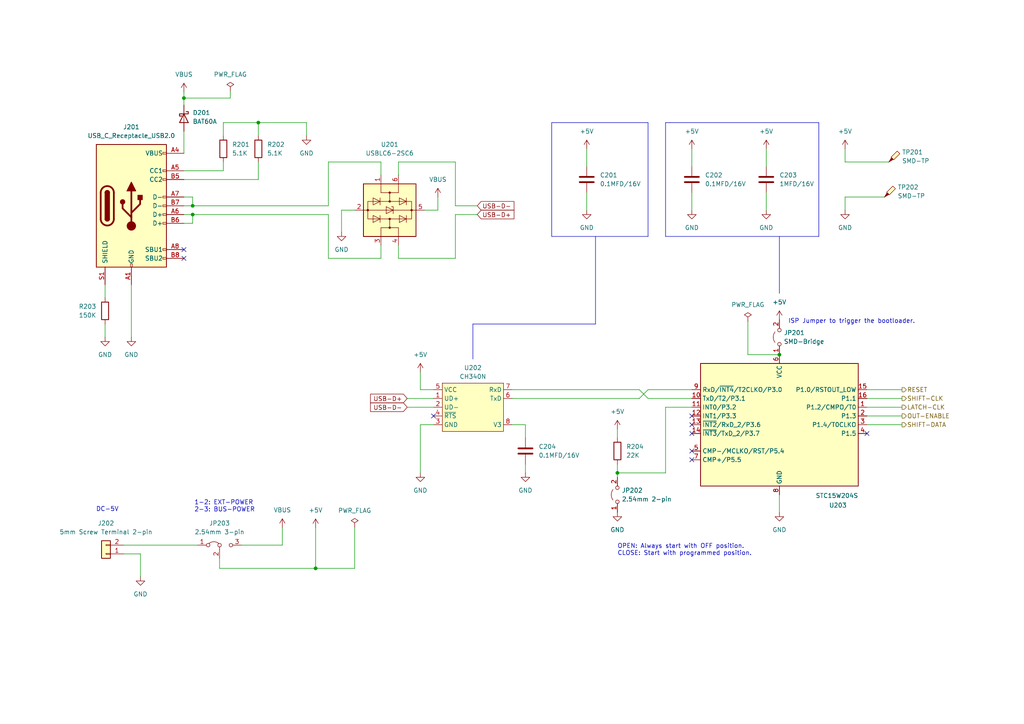
<source format=kicad_sch>
(kicad_sch (version 20230121) (generator eeschema)
  (paper "A4")
  (title_block (title "24-Channel USB Relay Driver") (date "2024-01-11") (rev "1.1.0") (company "simtelic.com") (comment 1 "https://gitlab.com/simtelic/el0001-24ch-usb-relay-driver") (comment 2 "EL0001"))
  (lib_symbols
    (symbol "Connector:TestPoint_Probe" (pin_numbers hide) (pin_names (offset 0.762) hide)
      (property "Reference" "TP" (at 1.651 5.842 0))
      (property "Value" "TestPoint_Probe" (at 1.651 4.064 0))
      (symbol "TestPoint_Probe_0_1"
        (polyline (pts (xy 1.27 0.762) (xy 0 0) (xy 0.762 1.27) (xy 1.27 0.762)) (fill (type outline)))
        (polyline (pts (xy 1.397 0.635) (xy 0.635 1.397) (xy 2.413 3.175) (xy 3.175 2.413) (xy 1.397 0.635)) (fill (type background)))
      )
      (symbol "TestPoint_Probe_1_1"
        (pin passive line (at 0 0 90) (length 0) (name "1") (number "1"))
      )
    )
    (symbol "Connector:USB_C_Receptacle_USB2.0" (pin_names (offset 1.016))
      (property "Reference" "J" (at -10.16 19.05 0))
      (property "Value" "USB_C_Receptacle_USB2.0" (at 19.05 19.05 0))
      (symbol "USB_C_Receptacle_USB2.0_0_0"
        (rectangle (start -0.254 -17.78) (end 0.254 -16.764))
        (rectangle (start 10.16 -14.986) (end 9.144 -15.494))
        (rectangle (start 10.16 -12.446) (end 9.144 -12.954))
        (rectangle (start 10.16 -4.826) (end 9.144 -5.334))
        (rectangle (start 10.16 -2.286) (end 9.144 -2.794))
        (rectangle (start 10.16 0.254) (end 9.144 -0.254))
        (rectangle (start 10.16 2.794) (end 9.144 2.286))
        (rectangle (start 10.16 7.874) (end 9.144 7.366))
        (rectangle (start 10.16 10.414) (end 9.144 9.906))
        (rectangle (start 10.16 15.494) (end 9.144 14.986))
      )
      (symbol "USB_C_Receptacle_USB2.0_0_1"
        (rectangle (start -10.16 17.78) (end 10.16 -17.78) (stroke (width 0.254)) (fill (type background)))
        (arc (start -8.89 -3.81) (mid -6.985 -5.7067) (end -5.08 -3.81) (stroke (width 0.508)))
        (arc (start -7.62 -3.81) (mid -6.985 -4.4423) (end -6.35 -3.81) (stroke (width 0.254)))
        (arc (start -7.62 -3.81) (mid -6.985 -4.4423) (end -6.35 -3.81) (stroke (width 0.254)) (fill (type outline)))
        (rectangle (start -7.62 -3.81) (end -6.35 3.81) (stroke (width 0.254)) (fill (type outline)))
        (arc (start -6.35 3.81) (mid -6.985 4.4423) (end -7.62 3.81) (stroke (width 0.254)))
        (arc (start -6.35 3.81) (mid -6.985 4.4423) (end -7.62 3.81) (stroke (width 0.254)) (fill (type outline)))
        (arc (start -5.08 3.81) (mid -6.985 5.7067) (end -8.89 3.81) (stroke (width 0.508)))
        (circle (center -2.54 1.143) (radius 0.635) (stroke (width 0.254)) (fill (type outline)))
        (circle (center 0 -5.842) (radius 1.27) (fill (type outline)))
        (polyline (pts (xy -8.89 -3.81) (xy -8.89 3.81)) (stroke (width 0.508)))
        (polyline (pts (xy -5.08 3.81) (xy -5.08 -3.81)) (stroke (width 0.508)))
        (polyline (pts (xy 0 -5.842) (xy 0 4.318)) (stroke (width 0.508)))
        (polyline (pts (xy 0 -3.302) (xy -2.54 -0.762) (xy -2.54 0.508)) (stroke (width 0.508)))
        (polyline (pts (xy 0 -2.032) (xy 2.54 0.508) (xy 2.54 1.778)) (stroke (width 0.508)))
        (polyline (pts (xy -1.27 4.318) (xy 0 6.858) (xy 1.27 4.318) (xy -1.27 4.318)) (stroke (width 0.254)) (fill (type outline)))
        (rectangle (start 1.905 1.778) (end 3.175 3.048) (stroke (width 0.254)) (fill (type outline)))
      )
      (symbol "USB_C_Receptacle_USB2.0_1_1"
        (pin passive line (at 0 -22.86 90) (length 5.08) (name "GND") (number "A1"))
        (pin passive line (at 0 -22.86 90) (length 5.08) hide (name "GND") (number "A12"))
        (pin passive line (at 15.24 15.24 180) (length 5.08) (name "VBUS") (number "A4"))
        (pin bidirectional line (at 15.24 10.16 180) (length 5.08) (name "CC1") (number "A5"))
        (pin bidirectional line (at 15.24 -2.54 180) (length 5.08) (name "D+") (number "A6"))
        (pin bidirectional line (at 15.24 2.54 180) (length 5.08) (name "D-") (number "A7"))
        (pin bidirectional line (at 15.24 -12.7 180) (length 5.08) (name "SBU1") (number "A8"))
        (pin passive line (at 15.24 15.24 180) (length 5.08) hide (name "VBUS") (number "A9"))
        (pin passive line (at 0 -22.86 90) (length 5.08) hide (name "GND") (number "B1"))
        (pin passive line (at 0 -22.86 90) (length 5.08) hide (name "GND") (number "B12"))
        (pin passive line (at 15.24 15.24 180) (length 5.08) hide (name "VBUS") (number "B4"))
        (pin bidirectional line (at 15.24 7.62 180) (length 5.08) (name "CC2") (number "B5"))
        (pin bidirectional line (at 15.24 -5.08 180) (length 5.08) (name "D+") (number "B6"))
        (pin bidirectional line (at 15.24 0 180) (length 5.08) (name "D-") (number "B7"))
        (pin bidirectional line (at 15.24 -15.24 180) (length 5.08) (name "SBU2") (number "B8"))
        (pin passive line (at 15.24 15.24 180) (length 5.08) hide (name "VBUS") (number "B9"))
        (pin passive line (at -7.62 -22.86 90) (length 5.08) (name "SHIELD") (number "S1"))
      )
    )
    (symbol "Connector_Generic:Conn_01x02" (pin_names (offset 1.016) hide)
      (property "Reference" "J" (at 0 2.54 0))
      (property "Value" "Conn_01x02" (at 0 -5.08 0))
      (symbol "Conn_01x02_1_1"
        (rectangle (start -1.27 -2.413) (end 0 -2.667) (stroke (width 0.1524)))
        (rectangle (start -1.27 0.127) (end 0 -0.127) (stroke (width 0.1524)))
        (rectangle (start -1.27 1.27) (end 1.27 -3.81) (stroke (width 0.254)) (fill (type background)))
        (pin passive line (at -5.08 0 0) (length 3.81) (name "Pin_1") (number "1"))
        (pin passive line (at -5.08 -2.54 0) (length 3.81) (name "Pin_2") (number "2"))
      )
    )
    (symbol "Device:C" (pin_numbers hide) (pin_names (offset 0.254))
      (property "Reference" "C" (at 0.635 2.54 0))
      (property "Value" "C" (at 0.635 -2.54 0))
      (symbol "C_0_1"
        (polyline (pts (xy -2.032 -0.762) (xy 2.032 -0.762)) (stroke (width 0.508)))
        (polyline (pts (xy -2.032 0.762) (xy 2.032 0.762)) (stroke (width 0.508)))
      )
      (symbol "C_1_1"
        (pin passive line (at 0 3.81 270) (length 2.794) (name "~") (number "1"))
        (pin passive line (at 0 -3.81 90) (length 2.794) (name "~") (number "2"))
      )
    )
    (symbol "Device:R" (pin_numbers hide) (pin_names (offset 0))
      (property "Reference" "R" (at 2.032 0 90))
      (property "Value" "R" (at 0 0 90))
      (symbol "R_0_1"
        (rectangle (start -1.016 -2.54) (end 1.016 2.54) (stroke (width 0.254)))
      )
      (symbol "R_1_1"
        (pin passive line (at 0 3.81 270) (length 1.27) (name "~") (number "1"))
        (pin passive line (at 0 -3.81 90) (length 1.27) (name "~") (number "2"))
      )
    )
    (symbol "Diode:BAT60A" (pin_numbers hide) (pin_names (offset 1.016) hide)
      (property "Reference" "D" (at 0 2.54 0))
      (property "Value" "BAT60A" (at 0 -2.54 0))
      (symbol "BAT60A_0_1"
        (polyline (pts (xy 1.27 0) (xy -1.27 0)))
        (polyline (pts (xy 1.27 1.27) (xy 1.27 -1.27) (xy -1.27 0) (xy 1.27 1.27)) (stroke (width 0.254)))
        (polyline (pts (xy -1.905 0.635) (xy -1.905 1.27) (xy -1.27 1.27) (xy -1.27 -1.27) (xy -0.635 -1.27) (xy -0.635 -0.635)) (stroke (width 0.254)))
      )
      (symbol "BAT60A_1_1"
        (pin passive line (at -3.81 0 0) (length 2.54) (name "K") (number "1"))
        (pin passive line (at 3.81 0 180) (length 2.54) (name "A") (number "2"))
      )
    )
    (symbol "Jumper:Jumper_2_Open" (pin_names (offset 0) hide)
      (property "Reference" "JP" (at 0 2.794 0))
      (property "Value" "Jumper_2_Open" (at 0 -2.286 0))
      (symbol "Jumper_2_Open_0_0"
        (circle (center -2.032 0) (radius 0.508))
        (circle (center 2.032 0) (radius 0.508))
      )
      (symbol "Jumper_2_Open_0_1"
        (arc (start 1.524 1.27) (mid 0 1.778) (end -1.524 1.27))
      )
      (symbol "Jumper_2_Open_1_1"
        (pin passive line (at -5.08 0 0) (length 2.54) (name "A") (number "1"))
        (pin passive line (at 5.08 0 180) (length 2.54) (name "B") (number "2"))
      )
    )
    (symbol "Jumper:Jumper_3_Bridged12" (pin_names (offset 0) hide)
      (property "Reference" "JP" (at -2.54 -2.54 0))
      (property "Value" "Jumper_3_Bridged12" (at 0 2.794 0))
      (symbol "Jumper_3_Bridged12_0_0"
        (circle (center -3.302 0) (radius 0.508))
        (circle (center 0 0) (radius 0.508))
        (circle (center 3.302 0) (radius 0.508))
      )
      (symbol "Jumper_3_Bridged12_0_1"
        (arc (start -0.254 0.508) (mid -1.651 0.9912) (end -3.048 0.508))
        (polyline (pts (xy 0 -1.27) (xy 0 -0.508)))
      )
      (symbol "Jumper_3_Bridged12_1_1"
        (pin passive line (at -6.35 0 0) (length 2.54) (name "A") (number "1"))
        (pin passive line (at 0 -3.81 90) (length 2.54) (name "C") (number "2"))
        (pin passive line (at 6.35 0 180) (length 2.54) (name "B") (number "3"))
      )
    )
    (symbol "MCU_STC:STC15W204S-35x-SOP16"
      (property "Reference" "U" (at -22.86 19.05 0))
      (property "Value" "STC15W204S-35x-SOP16" (at 1.27 19.05 0))
      (symbol "STC15W204S-35x-SOP16_0_1"
        (rectangle (start -22.86 17.78) (end 22.86 -17.78) (stroke (width 0.254)) (fill (type background)))
      )
      (symbol "STC15W204S-35x-SOP16_1_1"
        (pin bidirectional line (at -25.4 5.08 0) (length 2.54) (name "P1.2/CMPO/T0") (number "1"))
        (pin bidirectional line (at 25.4 7.62 180) (length 2.54) (name "TxD/T2/P3.1") (number "10"))
        (pin bidirectional line (at 25.4 5.08 180) (length 2.54) (name "INT0/P3.2") (number "11"))
        (pin bidirectional line (at 25.4 2.54 180) (length 2.54) (name "INT1/P3.3") (number "12"))
        (pin bidirectional line (at 25.4 0 180) (length 2.54) (name "~{INT2}/RxD_2/P3.6") (number "13"))
        (pin bidirectional line (at 25.4 -2.54 180) (length 2.54) (name "~{INT3}/TxD_2/P3.7") (number "14"))
        (pin bidirectional line (at -25.4 10.16 0) (length 2.54) (name "P1.0/RSTOUT_LOW") (number "15"))
        (pin bidirectional line (at -25.4 7.62 0) (length 2.54) (name "P1.1") (number "16"))
        (pin bidirectional line (at -25.4 2.54 0) (length 2.54) (name "P1.3") (number "2"))
        (pin bidirectional line (at -25.4 0 0) (length 2.54) (name "P1.4/T0CLKO") (number "3"))
        (pin bidirectional line (at -25.4 -2.54 0) (length 2.54) (name "P1.5") (number "4"))
        (pin bidirectional line (at 25.4 -7.62 180) (length 2.54) (name "CMP-/MCLKO/RST/P5.4") (number "5"))
        (pin power_in line (at 0 20.32 270) (length 2.54) (name "VCC") (number "6"))
        (pin bidirectional line (at 25.4 -10.16 180) (length 2.54) (name "CMP+/P5.5") (number "7"))
        (pin power_in line (at 0 -20.32 90) (length 2.54) (name "GND") (number "8"))
        (pin bidirectional line (at 25.4 10.16 180) (length 2.54) (name "RxD/~{INT4}/T2CLKO/P3.0") (number "9"))
      )
    )
    (symbol "Power_Protection:USBLC6-2SC6" (pin_names hide)
      (property "Reference" "U" (at 2.54 8.89 0))
      (property "Value" "USBLC6-2SC6" (at 2.54 -8.89 0))
      (symbol "USBLC6-2SC6_0_1"
        (rectangle (start -7.62 -7.62) (end 7.62 7.62) (stroke (width 0.254)) (fill (type background)))
        (circle (center -5.08 0) (radius 0.254) (fill (type outline)))
        (circle (center -2.54 0) (radius 0.254) (fill (type outline)))
        (rectangle (start -2.54 6.35) (end 2.54 -6.35))
        (circle (center 0 -6.35) (radius 0.254) (fill (type outline)))
        (polyline (pts (xy -5.08 -2.54) (xy -7.62 -2.54)))
        (polyline (pts (xy -5.08 0) (xy -5.08 -2.54)))
        (polyline (pts (xy -5.08 2.54) (xy -7.62 2.54)))
        (polyline (pts (xy -1.524 -2.794) (xy -3.556 -2.794)))
        (polyline (pts (xy -1.524 4.826) (xy -3.556 4.826)))
        (polyline (pts (xy 0 -7.62) (xy 0 -6.35)))
        (polyline (pts (xy 0 -6.35) (xy 0 1.27)))
        (polyline (pts (xy 0 1.27) (xy 0 6.35)))
        (polyline (pts (xy 0 6.35) (xy 0 7.62)))
        (polyline (pts (xy 1.524 -2.794) (xy 3.556 -2.794)))
        (polyline (pts (xy 1.524 4.826) (xy 3.556 4.826)))
        (polyline (pts (xy 5.08 -2.54) (xy 7.62 -2.54)))
        (polyline (pts (xy 5.08 0) (xy 5.08 -2.54)))
        (polyline (pts (xy 5.08 2.54) (xy 7.62 2.54)))
        (polyline (pts (xy -2.54 0) (xy -5.08 0) (xy -5.08 2.54)))
        (polyline (pts (xy 2.54 0) (xy 5.08 0) (xy 5.08 2.54)))
        (polyline (pts (xy -3.556 -4.826) (xy -1.524 -4.826) (xy -2.54 -2.794) (xy -3.556 -4.826)))
        (polyline (pts (xy -3.556 2.794) (xy -1.524 2.794) (xy -2.54 4.826) (xy -3.556 2.794)))
        (polyline (pts (xy -1.016 -1.016) (xy 1.016 -1.016) (xy 0 1.016) (xy -1.016 -1.016)))
        (polyline (pts (xy 1.016 1.016) (xy 0.762 1.016) (xy -1.016 1.016) (xy -1.016 0.508)))
        (polyline (pts (xy 3.556 -4.826) (xy 1.524 -4.826) (xy 2.54 -2.794) (xy 3.556 -4.826)))
        (polyline (pts (xy 3.556 2.794) (xy 1.524 2.794) (xy 2.54 4.826) (xy 3.556 2.794)))
        (circle (center 0 6.35) (radius 0.254) (fill (type outline)))
        (circle (center 2.54 0) (radius 0.254) (fill (type outline)))
        (circle (center 5.08 0) (radius 0.254) (fill (type outline)))
      )
      (symbol "USBLC6-2SC6_1_1"
        (pin passive line (at -10.16 -2.54 0) (length 2.54) (name "I/O1") (number "1"))
        (pin passive line (at 0 -10.16 90) (length 2.54) (name "GND") (number "2"))
        (pin passive line (at 10.16 -2.54 180) (length 2.54) (name "I/O2") (number "3"))
        (pin passive line (at 10.16 2.54 180) (length 2.54) (name "I/O2") (number "4"))
        (pin passive line (at 0 10.16 270) (length 2.54) (name "VBUS") (number "5"))
        (pin passive line (at -10.16 2.54 0) (length 2.54) (name "I/O1") (number "6"))
      )
    )
    (symbol "elect-generic-ic:CH340N"
      (property "Reference" "U" (at 0 10.795 0))
      (property "Value" "CH340N" (at 0 8.255 0))
      (symbol "CH340N_0_1"
        (rectangle (start -8.89 6.985) (end 8.89 -6.985) (fill (type background)))
      )
      (symbol "CH340N_1_1"
        (pin input line (at -11.43 2.54 0) (length 2.54) (name "UD+") (number "1"))
        (pin input line (at -11.43 0 0) (length 2.54) (name "UD-") (number "2"))
        (pin power_in line (at -11.43 -5.08 0) (length 2.54) (name "GND") (number "3"))
        (pin input line (at -11.43 -2.54 0) (length 2.54) (name "~{RTS}") (number "4"))
        (pin power_in line (at -11.43 5.08 0) (length 2.54) (name "VCC") (number "5"))
        (pin input line (at 11.43 2.54 180) (length 2.54) (name "TxD") (number "6"))
        (pin output line (at 11.43 5.08 180) (length 2.54) (name "RxD") (number "7"))
        (pin input line (at 11.43 -5.08 180) (length 2.54) (name "V3") (number "8"))
      )
    )
    (symbol "power:+5V" (power) (pin_names (offset 0))
      (property "Value" "+5V" (at 0 3.556 0))
      (symbol "+5V_0_1"
        (polyline (pts (xy -0.762 1.27) (xy 0 2.54)))
        (polyline (pts (xy 0 0) (xy 0 2.54)))
        (polyline (pts (xy 0 2.54) (xy 0.762 1.27)))
      )
      (symbol "+5V_1_1"
        (pin power_in line (at 0 0 90) (length 0) hide (name "+5V") (number "1"))
      )
    )
    (symbol "power:GND" (power) (pin_names (offset 0))
      (property "Value" "GND" (at 0 -3.81 0))
      (symbol "GND_0_1"
        (polyline (pts (xy 0 0) (xy 0 -1.27) (xy 1.27 -1.27) (xy 0 -2.54) (xy -1.27 -1.27) (xy 0 -1.27)))
      )
      (symbol "GND_1_1"
        (pin power_in line (at 0 0 270) (length 0) hide (name "GND") (number "1"))
      )
    )
    (symbol "power:PWR_FLAG" (power) (pin_numbers hide) (pin_names (offset 0) hide)
      (property "Value" "PWR_FLAG" (at 0 3.81 0))
      (symbol "PWR_FLAG_0_0"
        (pin power_out line (at 0 0 90) (length 0) (name "pwr") (number "1"))
      )
      (symbol "PWR_FLAG_0_1"
        (polyline (pts (xy 0 0) (xy 0 1.27) (xy -1.016 1.905) (xy 0 2.54) (xy 1.016 1.905) (xy 0 1.27)))
      )
    )
    (symbol "power:VBUS" (power) (pin_names (offset 0))
      (property "Value" "VBUS" (at 0 3.81 0))
      (symbol "VBUS_0_1"
        (polyline (pts (xy -0.762 1.27) (xy 0 2.54)))
        (polyline (pts (xy 0 0) (xy 0 2.54)))
        (polyline (pts (xy 0 2.54) (xy 0.762 1.27)))
      )
      (symbol "VBUS_1_1"
        (pin power_in line (at 0 0 90) (length 0) hide (name "VBUS") (number "1"))
      )
    )
  )
  (junction (at 55.88 62.23))
  (junction (at 91.5416 164.846))
  (junction (at 53.34 28.448))
  (junction (at 55.88 59.69))
  (junction (at 226.06 102.87))
  (junction (at 179.07 137.16))
  (junction (at 74.93 35.56))
  (no_connect (at 125.73 120.65))
  (no_connect (at 200.66 120.65))
  (no_connect (at 200.66 123.19))
  (no_connect (at 53.34 74.93))
  (no_connect (at 200.66 125.73))
  (no_connect (at 200.66 130.81))
  (no_connect (at 251.46 125.73))
  (no_connect (at 53.34 72.39))
  (no_connect (at 200.66 133.35))
  (wire (pts (xy 95.25 46.99) (xy 110.49 46.99)))
  (wire (pts (xy 64.77 39.37) (xy 64.77 35.56)))
  (wire (pts (xy 187.96 115.57) (xy 185.42 113.03)))
  (wire (pts (xy 148.59 115.57) (xy 185.42 115.57)))
  (wire (pts (xy 200.66 118.11) (xy 193.04 118.11)))
  (wire (pts (xy 152.4 123.19) (xy 148.59 123.19)))
  (wire (pts (xy 261.62 118.11) (xy 251.46 118.11)))
  (polyline (pts (xy 193.04 68.58) (xy 193.04 35.56)))
  (wire (pts (xy 63.6778 164.846) (xy 91.5416 164.846)))
  (wire (pts (xy 53.34 38.1) (xy 53.34 44.45)))
  (wire (pts (xy 35.814 160.655) (xy 40.7416 160.655)))
  (wire (pts (xy 261.62 113.03) (xy 251.46 113.03)))
  (polyline (pts (xy 137.16 93.98) (xy 137.16 104.14)))
  (wire (pts (xy 74.93 35.56) (xy 88.9 35.56)))
  (wire (pts (xy 53.34 62.23) (xy 55.88 62.23)))
  (wire (pts (xy 121.92 123.19) (xy 121.92 137.16)))
  (wire (pts (xy 261.62 115.57) (xy 251.46 115.57)))
  (wire (pts (xy 30.48 82.55) (xy 30.48 86.36)))
  (wire (pts (xy 132.08 74.93) (xy 132.08 62.23)))
  (wire (pts (xy 127 60.96) (xy 123.19 60.96)))
  (wire (pts (xy 115.57 46.99) (xy 132.08 46.99)))
  (wire (pts (xy 170.18 55.88) (xy 170.18 60.96)))
  (wire (pts (xy 95.25 74.93) (xy 110.49 74.93)))
  (wire (pts (xy 91.5416 153.0604) (xy 91.5416 164.846)))
  (wire (pts (xy 95.25 62.23) (xy 95.25 74.93)))
  (wire (pts (xy 53.34 52.07) (xy 74.93 52.07)))
  (wire (pts (xy 91.5416 164.846) (xy 102.87 164.846)))
  (wire (pts (xy 64.77 35.56) (xy 74.93 35.56)))
  (wire (pts (xy 261.62 120.65) (xy 251.46 120.65)))
  (wire (pts (xy 200.66 113.03) (xy 187.96 113.03)))
  (wire (pts (xy 99.06 67.31) (xy 99.06 60.96)))
  (wire (pts (xy 152.4 123.19) (xy 152.4 127)))
  (wire (pts (xy 185.42 115.57) (xy 187.96 113.03)))
  (wire (pts (xy 102.87 152.908) (xy 102.87 164.846)))
  (wire (pts (xy 132.08 59.69) (xy 138.43 59.69)))
  (wire (pts (xy 55.88 59.69) (xy 95.25 59.69)))
  (polyline (pts (xy 193.04 35.56) (xy 194.31 35.56)))
  (wire (pts (xy 99.06 60.96) (xy 102.87 60.96)))
  (wire (pts (xy 179.07 134.62) (xy 179.07 137.16)))
  (wire (pts (xy 152.4 134.62) (xy 152.4 137.16)))
  (wire (pts (xy 222.25 55.88) (xy 222.25 60.96)))
  (wire (pts (xy 53.34 28.448) (xy 53.34 30.48)))
  (wire (pts (xy 95.25 46.99) (xy 95.25 59.69)))
  (wire (pts (xy 170.18 43.18) (xy 170.18 48.26)))
  (wire (pts (xy 30.48 93.98) (xy 30.48 97.79)))
  (wire (pts (xy 88.9 35.56) (xy 88.9 39.37)))
  (wire (pts (xy 110.49 46.99) (xy 110.49 50.8)))
  (wire (pts (xy 193.04 118.11) (xy 193.04 137.16)))
  (polyline (pts (xy 187.96 35.56) (xy 187.96 68.58)))
  (wire (pts (xy 74.93 35.56) (xy 74.93 39.37)))
  (polyline (pts (xy 237.49 35.56) (xy 237.49 68.58)))
  (wire (pts (xy 53.34 57.15) (xy 55.88 57.15)))
  (wire (pts (xy 256.54 57.15) (xy 245.11 57.15)))
  (wire (pts (xy 115.57 71.12) (xy 115.57 74.93)))
  (wire (pts (xy 125.73 123.19) (xy 121.92 123.19)))
  (wire (pts (xy 222.25 43.18) (xy 222.25 48.26)))
  (wire (pts (xy 53.34 64.77) (xy 55.88 64.77)))
  (wire (pts (xy 187.96 115.57) (xy 200.66 115.57)))
  (wire (pts (xy 193.04 137.16) (xy 179.07 137.16)))
  (wire (pts (xy 216.916 93.218) (xy 216.916 102.87)))
  (wire (pts (xy 55.88 57.15) (xy 55.88 59.69)))
  (wire (pts (xy 148.59 113.03) (xy 185.42 113.03)))
  (wire (pts (xy 261.62 123.19) (xy 251.46 123.19)))
  (wire (pts (xy 179.07 137.16) (xy 179.07 138.43)))
  (wire (pts (xy 257.81 46.99) (xy 245.11 46.99)))
  (polyline (pts (xy 194.31 35.56) (xy 237.49 35.56)))
  (polyline (pts (xy 226.06 68.58) (xy 226.06 85.09)))
  (wire (pts (xy 115.57 74.93) (xy 132.08 74.93)))
  (polyline (pts (xy 160.02 35.56) (xy 160.02 68.58)))
  (wire (pts (xy 200.66 43.18) (xy 200.66 48.26)))
  (wire (pts (xy 55.88 62.23) (xy 95.25 62.23)))
  (wire (pts (xy 63.6778 161.925) (xy 63.6778 164.846)))
  (polyline (pts (xy 160.02 35.56) (xy 187.96 35.56)))
  (wire (pts (xy 179.07 124.46) (xy 179.07 127)))
  (wire (pts (xy 118.11 115.57) (xy 125.73 115.57)))
  (wire (pts (xy 118.11 118.11) (xy 125.73 118.11)))
  (wire (pts (xy 115.57 50.8) (xy 115.57 46.99)))
  (wire (pts (xy 216.916 102.87) (xy 226.06 102.87)))
  (wire (pts (xy 226.06 143.51) (xy 226.06 148.59)))
  (wire (pts (xy 53.34 59.69) (xy 55.88 59.69)))
  (wire (pts (xy 245.11 46.99) (xy 245.11 43.18)))
  (wire (pts (xy 74.93 52.07) (xy 74.93 46.99)))
  (wire (pts (xy 40.7416 160.655) (xy 40.7416 167.2336)))
  (polyline (pts (xy 172.72 93.98) (xy 137.16 93.98)))
  (wire (pts (xy 110.49 74.93) (xy 110.49 71.12)))
  (polyline (pts (xy 187.96 68.58) (xy 160.02 68.58)))
  (wire (pts (xy 66.802 26.416) (xy 66.802 28.448)))
  (wire (pts (xy 81.8896 153.0096) (xy 81.8896 158.115)))
  (wire (pts (xy 38.1 82.55) (xy 38.1 97.79)))
  (polyline (pts (xy 172.72 68.58) (xy 172.72 93.98)))
  (wire (pts (xy 200.66 55.88) (xy 200.66 60.96)))
  (wire (pts (xy 245.11 57.15) (xy 245.11 60.96)))
  (polyline (pts (xy 237.49 68.58) (xy 193.04 68.58)))
  (wire (pts (xy 132.08 59.69) (xy 132.08 46.99)))
  (wire (pts (xy 53.34 28.448) (xy 66.802 28.448)))
  (wire (pts (xy 55.88 64.77) (xy 55.88 62.23)))
  (wire (pts (xy 53.34 26.67) (xy 53.34 28.448)))
  (wire (pts (xy 64.77 49.53) (xy 64.77 46.99)))
  (wire (pts (xy 132.08 62.23) (xy 138.43 62.23)))
  (wire (pts (xy 70.0278 158.115) (xy 81.8896 158.115)))
  (wire (pts (xy 53.34 49.53) (xy 64.77 49.53)))
  (wire (pts (xy 121.92 107.95) (xy 121.92 113.03)))
  (wire (pts (xy 121.92 113.03) (xy 125.73 113.03)))
  (wire (pts (xy 127 57.15) (xy 127 60.96)))
  (wire (pts (xy 35.814 158.115) (xy 57.3278 158.115)))
  (text "ISP Jumper to trigger the bootloader." (at 228.6 93.98 0) (effects (font (size 1.27 1.27)) (justify left bottom)))
  (text "DC-5V" (at 27.8384 148.5392 0) (effects (font (size 1.27 1.27)) (justify left bottom)))
  (text "1-2: EXT-POWER\n2-3: BUS-POWER" (at 56.3372 148.6408 0) (effects (font (size 1.27 1.27)) (justify left bottom)))
  (text "OPEN: Always start with OFF position.\nCLOSE: Start with programmed position." (at 179.07 161.29 0) (effects (font (size 1.27 1.27)) (justify left bottom)))
  (global_label "USB-D+" (shape input) (at 118.11 115.57 180) (property "Intersheetrefs" "${INTERSHEET_REFS}" (effects hide)))
  (global_label "USB-D+" (shape input) (at 138.43 62.23 0) (property "Intersheetrefs" "${INTERSHEET_REFS}" (effects hide)))
  (global_label "USB-D-" (shape input) (at 138.43 59.69 0) (property "Intersheetrefs" "${INTERSHEET_REFS}" (effects hide)))
  (global_label "USB-D-" (shape input) (at 118.11 118.11 180) (property "Intersheetrefs" "${INTERSHEET_REFS}" (effects hide)))
  (hierarchical_label "RESET" (shape output) (at 261.62 113.03 0))
  (hierarchical_label "SHIFT-CLK" (shape output) (at 261.62 115.57 0))
  (hierarchical_label "SHIFT-DATA" (shape output) (at 261.62 123.19 0))
  (hierarchical_label "LATCH-CLK" (shape output) (at 261.62 118.11 0))
  (hierarchical_label "OUT-ENABLE" (shape output) (at 261.62 120.65 0))
  (symbol (lib_id "power:GND") (at 152.4 137.16 0) (mirror y) (unit 1)
    (property "Reference" "#PWR0219" (effects hide))
    (property "Value" "GND" (at 152.4 142.24 0))
  )
  (symbol (lib_id "power:PWR_FLAG") (at 66.802 26.416 0) (unit 1)
    (property "Reference" "#FLG0102" (effects hide))
    (property "Value" "PWR_FLAG" (at 66.802 21.59 0))
  )
  (symbol (lib_id "power:GND") (at 88.9 39.37 0) (mirror y) (unit 1)
    (property "Reference" "#PWR0202" (effects hide))
    (property "Value" "GND" (at 88.9 44.45 0))
  )
  (symbol (lib_id "Connector:TestPoint_Probe") (at 256.54 57.15 0) (unit 1)
    (property "Reference" "TP202" (at 260.35 54.2924 0) (effects (justify left)))
    (property "Value" "SMD-TP" (at 260.35 56.8324 0) (effects (justify left)))
    (property "Footprint" "TestPoint:TestPoint_Pad_D1.0mm" (effects hide))
  )
  (symbol (lib_id "power:+5V") (at 222.25 43.18 0) (mirror y) (unit 1)
    (property "Reference" "#PWR0205" (effects hide))
    (property "Value" "+5V" (at 222.25 38.1 0))
  )
  (symbol (lib_id "power:PWR_FLAG") (at 102.87 152.908 0) (unit 1)
    (property "Reference" "#FLG0101" (effects hide))
    (property "Value" "PWR_FLAG" (at 102.87 148.082 0))
  )
  (symbol (lib_id "Device:C") (at 152.4 130.81 0) (mirror y) (unit 1)
    (property "Reference" "C204" (at 156.21 129.5399 0) (effects (justify right)))
    (property "Value" "0.1MFD/16V" (at 156.21 132.0799 0) (effects (justify right)))
    (property "Footprint" "Capacitor_SMD:C_0603_1608Metric_Pad1.08x0.95mm_HandSolder" (effects hide))
  )
  (symbol (lib_id "power:GND") (at 121.92 137.16 0) (mirror y) (unit 1)
    (property "Reference" "#PWR0218" (effects hide))
    (property "Value" "GND" (at 121.92 142.24 0))
  )
  (symbol (lib_id "power:+5V") (at 121.92 107.95 0) (mirror y) (unit 1)
    (property "Reference" "#PWR0216" (effects hide))
    (property "Value" "+5V" (at 121.92 102.87 0))
  )
  (symbol (lib_id "power:+5V") (at 179.07 124.46 0) (mirror y) (unit 1)
    (property "Reference" "#PWR0217" (effects hide))
    (property "Value" "+5V" (at 179.07 119.38 0))
  )
  (symbol (lib_id "power:GND") (at 179.07 148.59 0) (mirror y) (unit 1)
    (property "Reference" "#PWR0220" (effects hide))
    (property "Value" "GND" (at 179.07 153.67 0))
  )
  (symbol (lib_id "power:+5V") (at 200.66 43.18 0) (mirror y) (unit 1)
    (property "Reference" "#PWR0204" (effects hide))
    (property "Value" "+5V" (at 200.66 38.1 0))
  )
  (symbol (lib_id "power:+5V") (at 91.5416 153.0604 0) (mirror y) (unit 1)
    (property "Reference" "#PWR0223" (effects hide))
    (property "Value" "+5V" (at 91.5416 147.9804 0))
  )
  (symbol (lib_id "power:GND") (at 30.48 97.79 0) (mirror y) (unit 1)
    (property "Reference" "#PWR0214" (effects hide))
    (property "Value" "GND" (at 30.48 102.87 0))
  )
  (symbol (lib_id "Connector:TestPoint_Probe") (at 257.81 46.99 0) (unit 1)
    (property "Reference" "TP201" (at 261.62 44.1324 0) (effects (justify left)))
    (property "Value" "SMD-TP" (at 261.62 46.6724 0) (effects (justify left)))
    (property "Footprint" "TestPoint:TestPoint_Pad_D1.0mm" (effects hide))
  )
  (symbol (lib_id "power:GND") (at 200.66 60.96 0) (mirror y) (unit 1)
    (property "Reference" "#PWR0209" (effects hide))
    (property "Value" "GND" (at 200.66 66.04 0))
  )
  (symbol (lib_id "Jumper:Jumper_2_Open") (at 179.07 143.51 90) (unit 1)
    (property "Reference" "JP202" (at 180.34 142.2399 90) (effects (justify right)))
    (property "Value" "2.54mm 2-pin" (at 180.34 144.7799 90) (effects (justify right)))
    (property "Footprint" "Connector_PinHeader_2.54mm:PinHeader_1x02_P2.54mm_Vertical" (effects hide))
  )
  (symbol (lib_id "Device:R") (at 30.48 90.17 0) (mirror x) (unit 1)
    (property "Reference" "R203" (at 27.94 88.8999 0) (effects (justify right)))
    (property "Value" "150K" (at 27.94 91.4399 0) (effects (justify right)))
    (property "Footprint" "Resistor_SMD:R_0603_1608Metric_Pad0.98x0.95mm_HandSolder" (effects hide))
  )
  (symbol (lib_id "power:GND") (at 170.18 60.96 0) (mirror y) (unit 1)
    (property "Reference" "#PWR0208" (effects hide))
    (property "Value" "GND" (at 170.18 66.04 0))
  )
  (symbol (lib_id "power:+5V") (at 226.06 92.71 0) (mirror y) (unit 1)
    (property "Reference" "#PWR0213" (effects hide))
    (property "Value" "+5V" (at 226.06 87.63 0))
  )
  (symbol (lib_id "power:VBUS") (at 53.34 26.67 0) (unit 1)
    (property "Reference" "#PWR0201" (effects hide))
    (property "Value" "VBUS" (at 53.34 21.59 0))
  )
  (symbol (lib_id "power:GND") (at 222.25 60.96 0) (mirror y) (unit 1)
    (property "Reference" "#PWR0210" (effects hide))
    (property "Value" "GND" (at 222.25 66.04 0))
  )
  (symbol (lib_id "Diode:BAT60A") (at 53.34 34.29 270) (unit 1)
    (property "Reference" "D201" (at 55.88 32.7024 90) (effects (justify left)))
    (property "Value" "BAT60A" (at 55.88 35.2424 90) (effects (justify left)))
    (property "Footprint" "Diode_SMD:D_SOD-323" (effects hide))
    (property "Datasheet" "https://www.infineon.com/dgdl/Infineon-BAT60ASERIES-DS-v01_01-en.pdf?fileId=db3a304313d846880113def70c9304a9" (effects hide))
  )
  (symbol (lib_id "power:PWR_FLAG") (at 216.916 93.218 0) (unit 1)
    (property "Reference" "#FLG0104" (effects hide))
    (property "Value" "PWR_FLAG" (at 216.916 88.392 0))
  )
  (symbol (lib_id "power:GND") (at 245.11 60.96 0) (mirror y) (unit 1)
    (property "Reference" "#PWR0211" (effects hide))
    (property "Value" "GND" (at 245.11 66.04 0))
  )
  (symbol (lib_id "Device:R") (at 179.07 130.81 0) (unit 1)
    (property "Reference" "R204" (at 181.61 129.5399 0) (effects (justify left)))
    (property "Value" "22K" (at 181.61 132.0799 0) (effects (justify left)))
    (property "Footprint" "Resistor_SMD:R_0603_1608Metric_Pad0.98x0.95mm_HandSolder" (effects hide))
  )
  (symbol (lib_id "Device:C") (at 200.66 52.07 0) (unit 1)
    (property "Reference" "C202" (at 204.47 50.7999 0) (effects (justify left)))
    (property "Value" "0.1MFD/16V" (at 204.47 53.3399 0) (effects (justify left)))
    (property "Footprint" "Capacitor_SMD:C_0603_1608Metric_Pad1.08x0.95mm_HandSolder" (effects hide))
  )
  (symbol (lib_id "Jumper:Jumper_2_Open") (at 226.06 97.79 90) (unit 1)
    (property "Reference" "JP201" (at 227.33 96.5199 90) (effects (justify right)))
    (property "Value" "SMD-Bridge" (at 227.33 99.0599 90) (effects (justify right)))
    (property "Footprint" "Jumper:SolderJumper-2_P1.3mm_Open_TrianglePad1.0x1.5mm" (effects hide))
  )
  (symbol (lib_id "Device:R") (at 64.77 43.18 0) (unit 1)
    (property "Reference" "R201" (at 67.31 41.9099 0) (effects (justify left)))
    (property "Value" "5.1K" (at 67.31 44.4499 0) (effects (justify left)))
    (property "Footprint" "Resistor_SMD:R_0603_1608Metric_Pad0.98x0.95mm_HandSolder" (effects hide))
  )
  (symbol (lib_id "power:GND") (at 38.1 97.79 0) (mirror y) (unit 1)
    (property "Reference" "#PWR0215" (effects hide))
    (property "Value" "GND" (at 38.1 102.87 0))
  )
  (symbol (lib_id "power:+5V") (at 170.18 43.18 0) (mirror y) (unit 1)
    (property "Reference" "#PWR0203" (effects hide))
    (property "Value" "+5V" (at 170.18 38.1 0))
  )
  (symbol (lib_id "power:VBUS") (at 81.8896 153.0096 0) (unit 1)
    (property "Reference" "#PWR0222" (effects hide))
    (property "Value" "VBUS" (at 81.8896 147.9296 0))
  )
  (symbol (lib_id "Connector:USB_C_Receptacle_USB2.0") (at 38.1 59.69 0) (unit 1)
    (property "Reference" "J201" (at 38.1 36.83 0))
    (property "Value" "USB_C_Receptacle_USB2.0" (at 38.1 39.37 0))
    (property "Footprint" "Connector_USB:USB_C_Receptacle_G-Switch_GT-USB-7010ASV" (effects hide))
    (property "Datasheet" "https://www.usb.org/sites/default/files/documents/usb_type-c.zip" (effects hide))
  )
  (symbol (lib_id "elect-generic-ic:CH340N") (at 137.16 118.11 0) (unit 1)
    (property "Reference" "U202" (at 137.16 106.68 0))
    (property "Value" "CH340N" (at 137.16 109.22 0))
    (property "Footprint" "Package_SO:SOP-8_3.9x4.9mm_P1.27mm" (effects hide))
    (property "Datasheet" "https://aitendo3.sakura.ne.jp/aitendo_data/product_img/ic/inteface/CH340N/ch340n.pdf" (effects hide))
  )
  (symbol (lib_id "MCU_STC:STC15W204S-35x-SOP16") (at 226.06 123.19 0) (mirror y) (unit 1)
    (property "Reference" "U203" (at 245.618 146.558 0) (effects (justify left)))
    (property "Value" "STC15W204S" (at 248.92 143.764 0) (effects (justify left)))
    (property "Footprint" "Package_SO:STC_SOP-16_3.9x9.9mm_P1.27mm" (effects hide))
    (property "Datasheet" "www.stcmicro.com/datasheet/STC15F2K60S2-en.pdf" (effects hide))
  )
  (symbol (lib_id "power:GND") (at 99.06 67.31 0) (mirror y) (unit 1)
    (property "Reference" "#PWR0212" (effects hide))
    (property "Value" "GND" (at 99.06 72.39 0))
  )
  (symbol (lib_id "Device:C") (at 222.25 52.07 0) (unit 1)
    (property "Reference" "C203" (at 226.06 50.7999 0) (effects (justify left)))
    (property "Value" "1MFD/16V" (at 226.06 53.3399 0) (effects (justify left)))
    (property "Footprint" "Capacitor_SMD:C_0603_1608Metric_Pad1.08x0.95mm_HandSolder" (effects hide))
  )
  (symbol (lib_id "power:VBUS") (at 127 57.15 0) (unit 1)
    (property "Reference" "#PWR0207" (effects hide))
    (property "Value" "VBUS" (at 127 52.07 0))
  )
  (symbol (lib_id "Device:R") (at 74.93 43.18 0) (unit 1)
    (property "Reference" "R202" (at 77.47 41.9099 0) (effects (justify left)))
    (property "Value" "5.1K" (at 77.47 44.4499 0) (effects (justify left)))
    (property "Footprint" "Resistor_SMD:R_0603_1608Metric_Pad0.98x0.95mm_HandSolder" (effects hide))
  )
  (symbol (lib_id "Device:C") (at 170.18 52.07 0) (unit 1)
    (property "Reference" "C201" (at 173.99 50.7999 0) (effects (justify left)))
    (property "Value" "0.1MFD/16V" (at 173.99 53.3399 0) (effects (justify left)))
    (property "Footprint" "Capacitor_SMD:C_0603_1608Metric_Pad1.08x0.95mm_HandSolder" (effects hide))
  )
  (symbol (lib_id "Power_Protection:USBLC6-2SC6") (at 113.03 60.96 270) (unit 1)
    (property "Reference" "U201" (at 113.03 41.91 90))
    (property "Value" "USBLC6-2SC6" (at 113.03 44.45 90))
    (property "Footprint" "Package_TO_SOT_SMD:SOT-23-6" (effects hide))
    (property "Datasheet" "https://www.st.com/resource/en/datasheet/usblc6-2.pdf" (effects hide))
  )
  (symbol (lib_id "Jumper:Jumper_3_Bridged12") (at 63.6778 158.115 0) (unit 1)
    (property "Reference" "JP203" (at 63.6778 151.765 0))
    (property "Value" "2.54mm 3-pin" (at 63.6778 154.305 0))
    (property "Footprint" "Connector_PinHeader_2.54mm:PinHeader_1x03_P2.54mm_Vertical" (effects hide))
  )
  (symbol (lib_id "power:GND") (at 226.06 148.59 0) (mirror y) (unit 1)
    (property "Reference" "#PWR0221" (effects hide))
    (property "Value" "GND" (at 226.06 153.67 0))
  )
  (symbol (lib_id "Connector_Generic:Conn_01x02") (at 30.734 160.655 180) (unit 1)
    (property "Reference" "J202" (at 30.734 151.765 0))
    (property "Value" "5mm Screw Terminal 2-pin" (at 30.734 154.305 0))
    (property "Footprint" "TerminalBlock_Phoenix:TerminalBlock_Phoenix_MKDS-1,5-2-5.08_1x02_P5.08mm_Horizontal" (effects hide))
  )
  (symbol (lib_id "power:GND") (at 40.7416 167.2336 0) (mirror y) (unit 1)
    (property "Reference" "#PWR0224" (effects hide))
    (property "Value" "GND" (at 40.7416 172.3136 0))
  )
  (symbol (lib_id "power:+5V") (at 245.11 43.18 0) (mirror y) (unit 1)
    (property "Reference" "#PWR0206" (effects hide))
    (property "Value" "+5V" (at 245.11 38.1 0))
  )
)
</source>
